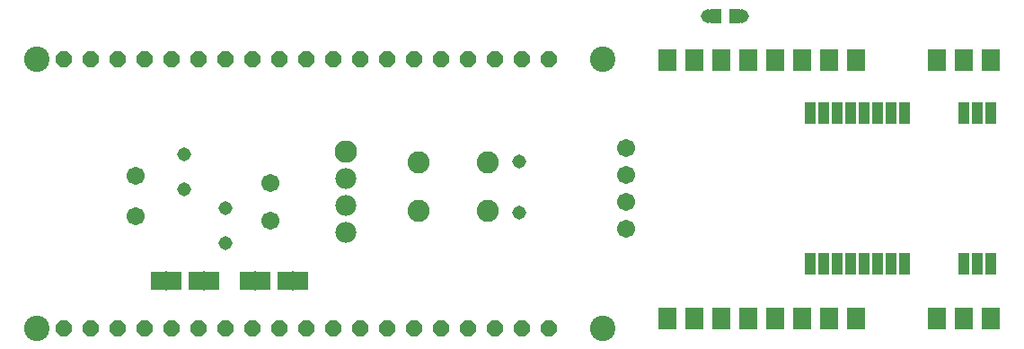
<source format=gbr>
G04 EAGLE Gerber RS-274X export*
G75*
%MOMM*%
%FSLAX34Y34*%
%LPD*%
%INSoldermask Top*%
%IPPOS*%
%AMOC8*
5,1,8,0,0,1.08239X$1,22.5*%
G01*
%ADD10C,2.403200*%
%ADD11P,1.635708X8X292.500000*%
%ADD12C,1.981200*%
%ADD13C,2.103200*%
%ADD14C,2.082800*%
%ADD15C,1.711200*%
%ADD16R,1.703200X2.003200*%
%ADD17R,0.983200X2.003200*%
%ADD18R,1.003200X1.403200*%
%ADD19R,1.371600X1.803400*%
%ADD20R,0.152400X1.828800*%
%ADD21C,1.703200*%
%ADD22C,1.309600*%


D10*
X24130Y312420D03*
X24130Y58420D03*
X557530Y58420D03*
X557530Y312420D03*
D11*
X49530Y312420D03*
X74930Y312420D03*
X100330Y312420D03*
X125730Y312420D03*
X151130Y312420D03*
X176530Y312420D03*
X201930Y312420D03*
X227330Y312420D03*
X252730Y312420D03*
X278130Y312420D03*
X303530Y312420D03*
X328930Y312420D03*
X354330Y312420D03*
X379730Y312420D03*
X405130Y312420D03*
X430530Y312420D03*
X455930Y312420D03*
X481330Y312420D03*
X506730Y312420D03*
X506730Y58420D03*
X481330Y58420D03*
X455930Y58420D03*
X430530Y58420D03*
X405130Y58420D03*
X379730Y58420D03*
X354330Y58420D03*
X328930Y58420D03*
X303530Y58420D03*
X278130Y58420D03*
X252730Y58420D03*
X227330Y58420D03*
X201930Y58420D03*
X176530Y58420D03*
X151130Y58420D03*
X125730Y58420D03*
X100330Y58420D03*
X74930Y58420D03*
X49530Y58420D03*
D12*
X314960Y148590D03*
X314960Y173990D03*
X314960Y199390D03*
D13*
X314960Y224790D03*
D14*
X449072Y214376D03*
X384048Y214376D03*
X449072Y169164D03*
X384048Y169164D03*
D15*
X579120Y228600D03*
X579120Y203200D03*
X579120Y177800D03*
X579120Y152400D03*
D16*
X923290Y311150D03*
X897890Y311150D03*
X872490Y311150D03*
X796290Y311150D03*
X770890Y311150D03*
X745490Y311150D03*
X720090Y311150D03*
X694690Y311150D03*
X669290Y311150D03*
X643890Y311150D03*
X618490Y311150D03*
X618490Y67310D03*
X643890Y67310D03*
X669290Y67310D03*
X694690Y67310D03*
X720090Y67310D03*
X745490Y67310D03*
X770890Y67310D03*
X796290Y67310D03*
X872490Y67310D03*
X897890Y67310D03*
X923290Y67310D03*
D17*
X923290Y261620D03*
X910590Y261620D03*
X897890Y261620D03*
X842010Y261620D03*
X829310Y261620D03*
X816610Y261620D03*
X803910Y261620D03*
X791210Y261620D03*
X778510Y261620D03*
X765810Y261620D03*
X753110Y261620D03*
X753110Y119380D03*
X765810Y119380D03*
X778510Y119380D03*
X791210Y119380D03*
X803910Y119380D03*
X816610Y119380D03*
X829310Y119380D03*
X842010Y119380D03*
X897890Y119380D03*
X910590Y119380D03*
X923290Y119380D03*
D18*
X682100Y353060D03*
X664100Y353060D03*
D19*
X138430Y102870D03*
X153670Y102870D03*
D20*
X146050Y102870D03*
D19*
X222250Y102870D03*
X237490Y102870D03*
D20*
X229870Y102870D03*
D19*
X257810Y102870D03*
X273050Y102870D03*
D20*
X265430Y102870D03*
D19*
X173990Y102870D03*
X189230Y102870D03*
D20*
X181610Y102870D03*
D21*
X243840Y195580D03*
X116840Y163830D03*
D22*
X162560Y189230D03*
X201930Y171450D03*
X656590Y353060D03*
X478790Y167640D03*
X201930Y138430D03*
D21*
X243840Y160020D03*
X116840Y201930D03*
D22*
X162560Y222250D03*
X688340Y353060D03*
X478790Y215900D03*
M02*

</source>
